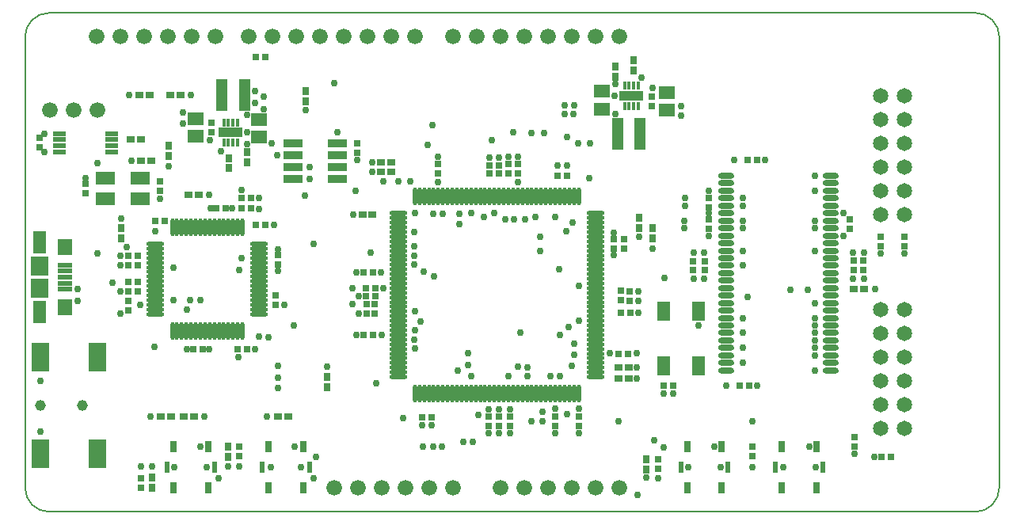
<source format=gts>
%FSLAX25Y25*%
%MOIN*%
G70*
G01*
G75*
G04 Layer_Color=8388736*
%ADD10O,0.06102X0.02165*%
%ADD11R,0.04921X0.01378*%
%ADD12O,0.07087X0.01181*%
%ADD13O,0.01181X0.07087*%
%ADD14R,0.02362X0.03937*%
%ADD15R,0.01772X0.03937*%
%ADD16R,0.07480X0.02835*%
%ADD17R,0.04921X0.07284*%
%ADD18R,0.09843X0.03543*%
%ADD19R,0.00984X0.03150*%
%ADD20R,0.07087X0.11811*%
%ADD21R,0.05118X0.09055*%
%ADD22R,0.07087X0.07480*%
%ADD23R,0.05512X0.06299*%
%ADD24R,0.05315X0.01575*%
%ADD25R,0.07874X0.04724*%
%ADD26R,0.04331X0.12598*%
%ADD27R,0.02953X0.02559*%
%ADD28R,0.02756X0.01969*%
%ADD29R,0.01969X0.02756*%
%ADD30R,0.05906X0.05118*%
%ADD31R,0.02362X0.01969*%
%ADD32R,0.02559X0.02953*%
%ADD33R,0.01969X0.02362*%
%ADD34C,0.00600*%
%ADD35C,0.01000*%
%ADD36C,0.01500*%
%ADD37C,0.02000*%
%ADD38C,0.03000*%
%ADD39C,0.06000*%
%ADD40C,0.05906*%
%ADD41C,0.03937*%
%ADD42C,0.02400*%
%ADD43C,0.04000*%
%ADD44C,0.06400*%
G04:AMPARAMS|DCode=45|XSize=80mil|YSize=80mil|CornerRadius=0mil|HoleSize=0mil|Usage=FLASHONLY|Rotation=0.000|XOffset=0mil|YOffset=0mil|HoleType=Round|Shape=Relief|Width=8mil|Gap=10mil|Entries=4|*
%AMTHD45*
7,0,0,0.08000,0.06000,0.00800,45*
%
%ADD45THD45*%
%ADD46C,0.09400*%
%ADD47C,0.14900*%
G04:AMPARAMS|DCode=48|XSize=50mil|YSize=50mil|CornerRadius=0mil|HoleSize=0mil|Usage=FLASHONLY|Rotation=0.000|XOffset=0mil|YOffset=0mil|HoleType=Round|Shape=Relief|Width=8mil|Gap=10mil|Entries=4|*
%AMTHD48*
7,0,0,0.05000,0.03000,0.00800,45*
%
%ADD48THD48*%
%ADD49C,0.03400*%
%ADD50C,0.00984*%
%ADD51C,0.02362*%
%ADD52C,0.00787*%
%ADD53C,0.00394*%
%ADD54O,0.06702X0.02765*%
%ADD55R,0.05521X0.01978*%
%ADD56O,0.07687X0.01781*%
%ADD57O,0.01781X0.07687*%
%ADD58R,0.02962X0.04537*%
%ADD59R,0.02372X0.04537*%
%ADD60R,0.08080X0.03435*%
%ADD61R,0.05521X0.07883*%
%ADD62R,0.10394X0.04095*%
%ADD63R,0.01535X0.03701*%
%ADD64R,0.07687X0.12411*%
%ADD65R,0.05718X0.09655*%
%ADD66R,0.07687X0.08080*%
%ADD67R,0.06112X0.06899*%
%ADD68R,0.05915X0.02175*%
%ADD69R,0.08474X0.05324*%
%ADD70R,0.04931X0.13198*%
%ADD71R,0.03553X0.03159*%
%ADD72R,0.03356X0.02569*%
%ADD73R,0.02569X0.03356*%
%ADD74R,0.06506X0.05718*%
%ADD75R,0.02962X0.02569*%
%ADD76R,0.03159X0.03553*%
%ADD77R,0.02569X0.02962*%
%ADD78C,0.06600*%
%ADD79C,0.06506*%
%ADD80C,0.04537*%
%ADD81C,0.00300*%
%ADD82C,0.03000*%
D34*
X800Y10400D02*
G03*
X10800Y400I10000J0D01*
G01*
Y210400D02*
G03*
X800Y200400I0J-10000D01*
G01*
X410800D02*
G03*
X400800Y210400I-10000J0D01*
G01*
Y400D02*
G03*
X410800Y10400I0J10000D01*
G01*
X800D02*
Y200400D01*
X10800Y400D02*
X400800D01*
X410800Y10400D02*
Y200400D01*
X10800Y210400D02*
X400800D01*
D54*
X295957Y141818D02*
D03*
Y138669D02*
D03*
Y135519D02*
D03*
Y132369D02*
D03*
Y129220D02*
D03*
Y126070D02*
D03*
Y122921D02*
D03*
Y119771D02*
D03*
Y116621D02*
D03*
Y113472D02*
D03*
Y110322D02*
D03*
Y107172D02*
D03*
Y104023D02*
D03*
Y100873D02*
D03*
Y97724D02*
D03*
Y94574D02*
D03*
Y91424D02*
D03*
Y88275D02*
D03*
Y85125D02*
D03*
Y81976D02*
D03*
Y78826D02*
D03*
Y75676D02*
D03*
Y72527D02*
D03*
Y69377D02*
D03*
Y66228D02*
D03*
Y63078D02*
D03*
Y59928D02*
D03*
X340052Y141818D02*
D03*
Y138669D02*
D03*
Y135519D02*
D03*
Y132369D02*
D03*
Y129220D02*
D03*
Y126070D02*
D03*
Y122921D02*
D03*
Y119771D02*
D03*
Y116621D02*
D03*
Y113472D02*
D03*
Y110322D02*
D03*
Y107172D02*
D03*
Y104023D02*
D03*
Y100873D02*
D03*
Y97724D02*
D03*
Y94574D02*
D03*
Y91424D02*
D03*
Y88275D02*
D03*
Y85125D02*
D03*
Y81976D02*
D03*
Y78826D02*
D03*
Y75676D02*
D03*
Y72527D02*
D03*
Y69377D02*
D03*
Y66228D02*
D03*
Y63078D02*
D03*
Y59928D02*
D03*
D55*
X15078Y159639D02*
D03*
Y157080D02*
D03*
Y154520D02*
D03*
Y151961D02*
D03*
X37322Y159639D02*
D03*
Y157080D02*
D03*
Y154520D02*
D03*
Y151961D02*
D03*
D56*
X157765Y57151D02*
D03*
Y59120D02*
D03*
Y61088D02*
D03*
Y63057D02*
D03*
Y65025D02*
D03*
Y66994D02*
D03*
Y68962D02*
D03*
Y70931D02*
D03*
Y72899D02*
D03*
Y74868D02*
D03*
Y76836D02*
D03*
Y78805D02*
D03*
Y80773D02*
D03*
Y82742D02*
D03*
Y84710D02*
D03*
Y86679D02*
D03*
Y88647D02*
D03*
Y90616D02*
D03*
Y92584D02*
D03*
Y94553D02*
D03*
Y96521D02*
D03*
Y98490D02*
D03*
Y100458D02*
D03*
Y102427D02*
D03*
Y104395D02*
D03*
Y106364D02*
D03*
Y108332D02*
D03*
Y110301D02*
D03*
Y112269D02*
D03*
Y114238D02*
D03*
Y116206D02*
D03*
Y118175D02*
D03*
Y120143D02*
D03*
Y122112D02*
D03*
Y124080D02*
D03*
Y126049D02*
D03*
X240835D02*
D03*
Y124080D02*
D03*
Y122112D02*
D03*
Y120143D02*
D03*
Y118175D02*
D03*
Y116206D02*
D03*
Y114238D02*
D03*
Y112269D02*
D03*
Y110301D02*
D03*
Y108332D02*
D03*
Y106364D02*
D03*
Y104395D02*
D03*
Y102427D02*
D03*
Y100458D02*
D03*
Y98490D02*
D03*
Y96521D02*
D03*
Y94553D02*
D03*
Y92584D02*
D03*
Y90616D02*
D03*
Y88647D02*
D03*
Y86679D02*
D03*
Y84710D02*
D03*
Y82742D02*
D03*
Y80773D02*
D03*
Y78805D02*
D03*
Y76836D02*
D03*
Y74868D02*
D03*
Y72899D02*
D03*
Y70931D02*
D03*
Y68962D02*
D03*
Y66994D02*
D03*
Y65025D02*
D03*
Y63057D02*
D03*
Y61088D02*
D03*
Y59120D02*
D03*
Y57151D02*
D03*
X99350Y113164D02*
D03*
Y111195D02*
D03*
Y109227D02*
D03*
Y107258D02*
D03*
Y105290D02*
D03*
Y103321D02*
D03*
Y101353D02*
D03*
Y99384D02*
D03*
Y97416D02*
D03*
Y95447D02*
D03*
Y93479D02*
D03*
Y91510D02*
D03*
Y89542D02*
D03*
Y87573D02*
D03*
Y85605D02*
D03*
Y83636D02*
D03*
X55650D02*
D03*
Y85605D02*
D03*
Y87573D02*
D03*
Y89542D02*
D03*
Y91510D02*
D03*
Y93479D02*
D03*
Y95447D02*
D03*
Y97416D02*
D03*
Y99384D02*
D03*
Y101353D02*
D03*
Y103321D02*
D03*
Y105290D02*
D03*
Y107258D02*
D03*
Y109227D02*
D03*
Y111195D02*
D03*
Y113164D02*
D03*
D57*
X164851Y133135D02*
D03*
X166820D02*
D03*
X168788D02*
D03*
X170757D02*
D03*
X172725D02*
D03*
X174694D02*
D03*
X176662D02*
D03*
X178631D02*
D03*
X180599D02*
D03*
X182568D02*
D03*
X184536D02*
D03*
X186505D02*
D03*
X188473D02*
D03*
X190442D02*
D03*
X192410D02*
D03*
X194379D02*
D03*
X196347D02*
D03*
X198316D02*
D03*
X200284D02*
D03*
X202253D02*
D03*
X204221D02*
D03*
X206190D02*
D03*
X208158D02*
D03*
X210127D02*
D03*
X212095D02*
D03*
X214064D02*
D03*
X216032D02*
D03*
X218001D02*
D03*
X219969D02*
D03*
X221938D02*
D03*
X223906D02*
D03*
X225875D02*
D03*
X227843D02*
D03*
X229812D02*
D03*
X231780D02*
D03*
X233749D02*
D03*
Y50065D02*
D03*
X231780D02*
D03*
X229812D02*
D03*
X227843D02*
D03*
X225875D02*
D03*
X223906D02*
D03*
X221938D02*
D03*
X219969D02*
D03*
X218001D02*
D03*
X216032D02*
D03*
X214064D02*
D03*
X212095D02*
D03*
X210127D02*
D03*
X208158D02*
D03*
X206190D02*
D03*
X204221D02*
D03*
X202253D02*
D03*
X200284D02*
D03*
X198316D02*
D03*
X196347D02*
D03*
X194379D02*
D03*
X192410D02*
D03*
X190442D02*
D03*
X188473D02*
D03*
X186505D02*
D03*
X184536D02*
D03*
X182568D02*
D03*
X180599D02*
D03*
X178631D02*
D03*
X176662D02*
D03*
X174694D02*
D03*
X172725D02*
D03*
X170757D02*
D03*
X168788D02*
D03*
X166820D02*
D03*
X164851D02*
D03*
X62736Y120250D02*
D03*
X64705D02*
D03*
X66673D02*
D03*
X68642D02*
D03*
X70610D02*
D03*
X72579D02*
D03*
X74547D02*
D03*
X76516D02*
D03*
X78484D02*
D03*
X80453D02*
D03*
X82421D02*
D03*
X84390D02*
D03*
X86358D02*
D03*
X88327D02*
D03*
X90295D02*
D03*
X92264D02*
D03*
Y76550D02*
D03*
X90295D02*
D03*
X88327D02*
D03*
X86358D02*
D03*
X84390D02*
D03*
X82421D02*
D03*
X80453D02*
D03*
X78484D02*
D03*
X76516D02*
D03*
X74547D02*
D03*
X72579D02*
D03*
X70610D02*
D03*
X68642D02*
D03*
X66673D02*
D03*
X64705D02*
D03*
X62736D02*
D03*
D58*
X103217Y27761D02*
D03*
Y10439D02*
D03*
X117783D02*
D03*
Y27761D02*
D03*
X279416D02*
D03*
Y10439D02*
D03*
X293984D02*
D03*
Y27761D02*
D03*
X319378D02*
D03*
Y10439D02*
D03*
X333945D02*
D03*
Y27761D02*
D03*
X63217D02*
D03*
Y10439D02*
D03*
X77784D02*
D03*
Y27761D02*
D03*
D59*
X100559Y19100D02*
D03*
X120441D02*
D03*
X276759D02*
D03*
X296641D02*
D03*
X316721D02*
D03*
X336602D02*
D03*
X60559D02*
D03*
X80441D02*
D03*
D60*
X113648Y155500D02*
D03*
Y150500D02*
D03*
Y145500D02*
D03*
Y140500D02*
D03*
X132152Y155500D02*
D03*
Y150500D02*
D03*
Y145500D02*
D03*
Y140500D02*
D03*
D61*
X269516Y61983D02*
D03*
X284084D02*
D03*
Y84817D02*
D03*
X269516D02*
D03*
D62*
X256025Y175400D02*
D03*
X87375Y160000D02*
D03*
D63*
X258978Y171069D02*
D03*
X257010D02*
D03*
X255041D02*
D03*
X253072D02*
D03*
Y179731D02*
D03*
X255041D02*
D03*
X257010D02*
D03*
X258978D02*
D03*
X84422Y155669D02*
D03*
X86391D02*
D03*
X88359D02*
D03*
X90328D02*
D03*
Y164331D02*
D03*
X88359D02*
D03*
X86391D02*
D03*
X84422D02*
D03*
D64*
X31116Y24675D02*
D03*
X7100D02*
D03*
Y65620D02*
D03*
X31116D02*
D03*
D65*
X6968Y84436D02*
D03*
Y113964D02*
D03*
D66*
Y103924D02*
D03*
Y94476D02*
D03*
D67*
X17500Y111798D02*
D03*
Y86602D02*
D03*
D68*
Y104318D02*
D03*
Y101759D02*
D03*
Y99200D02*
D03*
Y96641D02*
D03*
Y94082D02*
D03*
D69*
X49183Y132269D02*
D03*
Y140931D02*
D03*
X34617D02*
D03*
Y132269D02*
D03*
D70*
X259724Y159600D02*
D03*
X250276D02*
D03*
X83650Y175700D02*
D03*
X93099D02*
D03*
D71*
X154800Y147400D02*
D03*
X150469D02*
D03*
Y143500D02*
D03*
X154800D02*
D03*
X48835Y175900D02*
D03*
X53165D02*
D03*
X49487Y157080D02*
D03*
X45157D02*
D03*
X73965Y133800D02*
D03*
X69635D02*
D03*
X49535Y148000D02*
D03*
X53865D02*
D03*
X349500Y94000D02*
D03*
X353831D02*
D03*
X254765Y56400D02*
D03*
X250435D02*
D03*
X254765Y61100D02*
D03*
X250435D02*
D03*
X62265Y40400D02*
D03*
X57935D02*
D03*
X147065Y125400D02*
D03*
X142735D02*
D03*
D72*
X111465Y40400D02*
D03*
X107135D02*
D03*
X61835Y175900D02*
D03*
X66165D02*
D03*
X71765Y40400D02*
D03*
X67435D02*
D03*
D73*
X265000Y119965D02*
D03*
Y115635D02*
D03*
D74*
X243500Y177340D02*
D03*
Y169860D02*
D03*
X72475Y158460D02*
D03*
Y165940D02*
D03*
X99275Y158000D02*
D03*
Y165480D02*
D03*
X271000Y176940D02*
D03*
Y169460D02*
D03*
D75*
X264700Y175037D02*
D03*
Y171100D02*
D03*
X267077Y18557D02*
D03*
Y22494D02*
D03*
X307000Y23763D02*
D03*
Y27700D02*
D03*
X140700Y151532D02*
D03*
Y155468D02*
D03*
X48200Y104131D02*
D03*
Y108069D02*
D03*
X44100Y104131D02*
D03*
Y108069D02*
D03*
Y93231D02*
D03*
Y97168D02*
D03*
X48300Y93231D02*
D03*
Y97168D02*
D03*
X106200Y87532D02*
D03*
Y91469D02*
D03*
X44300Y85232D02*
D03*
Y89169D02*
D03*
X107200Y108369D02*
D03*
Y104431D02*
D03*
X6900Y157768D02*
D03*
Y153832D02*
D03*
X26200Y138537D02*
D03*
Y134600D02*
D03*
X57600Y135563D02*
D03*
Y139500D02*
D03*
X349507Y102075D02*
D03*
Y106012D02*
D03*
X348000Y119532D02*
D03*
Y123468D02*
D03*
X353731Y102075D02*
D03*
Y106012D02*
D03*
X288440Y123571D02*
D03*
Y119634D02*
D03*
X288454Y128591D02*
D03*
Y132528D02*
D03*
X281976Y105971D02*
D03*
Y102034D02*
D03*
X286789Y105971D02*
D03*
Y102034D02*
D03*
X370800Y112163D02*
D03*
Y116100D02*
D03*
X360800Y112163D02*
D03*
Y116100D02*
D03*
X349800Y27963D02*
D03*
Y31900D02*
D03*
X195800Y36432D02*
D03*
Y40369D02*
D03*
X223906Y36531D02*
D03*
Y40468D02*
D03*
X253000Y115168D02*
D03*
Y111232D02*
D03*
X248700Y115168D02*
D03*
Y111232D02*
D03*
X174694Y146869D02*
D03*
Y142931D02*
D03*
X204300Y146869D02*
D03*
Y142931D02*
D03*
X200300Y36432D02*
D03*
Y40369D02*
D03*
X208158Y146869D02*
D03*
Y142931D02*
D03*
X204800Y36432D02*
D03*
Y40369D02*
D03*
X251500Y93337D02*
D03*
Y89400D02*
D03*
X233749Y36531D02*
D03*
Y40468D02*
D03*
X255100Y93237D02*
D03*
Y89300D02*
D03*
X144500Y83732D02*
D03*
Y87669D02*
D03*
X147900Y83732D02*
D03*
Y87669D02*
D03*
X49500Y14337D02*
D03*
Y10400D02*
D03*
X90835Y23863D02*
D03*
Y27800D02*
D03*
X79175Y160231D02*
D03*
Y164169D02*
D03*
D76*
X118800Y173069D02*
D03*
Y177400D02*
D03*
X262142Y18223D02*
D03*
Y22554D02*
D03*
X61300Y150035D02*
D03*
Y154365D02*
D03*
X41300Y115635D02*
D03*
Y119965D02*
D03*
X259300Y119769D02*
D03*
Y124100D02*
D03*
X54100Y14731D02*
D03*
Y10400D02*
D03*
X86100Y23535D02*
D03*
Y27865D02*
D03*
X127800Y52900D02*
D03*
Y57231D02*
D03*
X94100Y147635D02*
D03*
Y151965D02*
D03*
X86435Y149331D02*
D03*
Y145000D02*
D03*
X249300Y187765D02*
D03*
Y183435D02*
D03*
X257000Y186035D02*
D03*
Y190365D02*
D03*
D77*
X101868Y121300D02*
D03*
X97931D02*
D03*
X55632Y122700D02*
D03*
X59569D02*
D03*
X95768Y132400D02*
D03*
X91831D02*
D03*
X95768Y128000D02*
D03*
X91831D02*
D03*
X85268Y128100D02*
D03*
X81331D02*
D03*
X94269Y68800D02*
D03*
X90332D02*
D03*
X75568Y68700D02*
D03*
X71631D02*
D03*
X305471Y53473D02*
D03*
X301534D02*
D03*
X308789Y148461D02*
D03*
X304852D02*
D03*
X361300Y23400D02*
D03*
X365237D02*
D03*
X101800Y191900D02*
D03*
X97863D02*
D03*
X167832Y40300D02*
D03*
X171768D02*
D03*
X273502Y53466D02*
D03*
X269565D02*
D03*
X254569Y66994D02*
D03*
X250631D02*
D03*
X224832Y141900D02*
D03*
X228768D02*
D03*
X255542Y84332D02*
D03*
X251606D02*
D03*
X144332Y91100D02*
D03*
X148268D02*
D03*
X196335Y146304D02*
D03*
X200272D02*
D03*
X196335Y142804D02*
D03*
X200272D02*
D03*
X143363Y74868D02*
D03*
X147300D02*
D03*
X144332Y94600D02*
D03*
X148268D02*
D03*
X143141Y101091D02*
D03*
X147078D02*
D03*
D78*
X130800Y10400D02*
D03*
X140800D02*
D03*
X150800D02*
D03*
X160800D02*
D03*
X170800D02*
D03*
X180800D02*
D03*
Y200400D02*
D03*
X190800D02*
D03*
X200800D02*
D03*
X210800D02*
D03*
X220800D02*
D03*
X230800D02*
D03*
X240800D02*
D03*
X250800D02*
D03*
Y10400D02*
D03*
X240800D02*
D03*
X230800D02*
D03*
X220800D02*
D03*
X210800D02*
D03*
X200800D02*
D03*
X30800Y200400D02*
D03*
X40800D02*
D03*
X50800D02*
D03*
X60800D02*
D03*
X70800D02*
D03*
X80800D02*
D03*
X31300Y169500D02*
D03*
X21300D02*
D03*
X11300D02*
D03*
X94800Y200400D02*
D03*
X104800D02*
D03*
X114800D02*
D03*
X124800D02*
D03*
X134800D02*
D03*
X144800D02*
D03*
X154800D02*
D03*
X164800D02*
D03*
D79*
X360800Y175400D02*
D03*
Y165400D02*
D03*
Y155400D02*
D03*
Y125400D02*
D03*
Y135400D02*
D03*
Y145400D02*
D03*
X370800D02*
D03*
Y135400D02*
D03*
Y125400D02*
D03*
Y155400D02*
D03*
Y165400D02*
D03*
Y175400D02*
D03*
Y85400D02*
D03*
Y75400D02*
D03*
Y65400D02*
D03*
Y35400D02*
D03*
Y45400D02*
D03*
Y55400D02*
D03*
X360800D02*
D03*
Y45400D02*
D03*
Y35400D02*
D03*
Y65400D02*
D03*
Y75400D02*
D03*
Y85400D02*
D03*
D80*
X7100Y45147D02*
D03*
X24816D02*
D03*
D81*
X400000Y10000D02*
D03*
X10000D02*
D03*
X400000Y200000D02*
D03*
X10000D02*
D03*
D82*
X94300Y160000D02*
D03*
X248900Y175400D02*
D03*
X258800Y89268D02*
D03*
Y93269D02*
D03*
X22800Y89200D02*
D03*
X146735Y147400D02*
D03*
X138800Y125400D02*
D03*
X22800Y94100D02*
D03*
X183400Y125800D02*
D03*
Y121500D02*
D03*
X231700Y167900D02*
D03*
X231800Y171400D02*
D03*
X227800D02*
D03*
Y167900D02*
D03*
X67300Y168500D02*
D03*
Y163900D02*
D03*
X78400Y156700D02*
D03*
X83200Y152200D02*
D03*
X94300Y167500D02*
D03*
X94100Y155000D02*
D03*
X97600Y177600D02*
D03*
Y172400D02*
D03*
X101200Y169800D02*
D03*
Y175000D02*
D03*
X249300Y180400D02*
D03*
X249100Y167900D02*
D03*
X260200Y183200D02*
D03*
X265000Y178700D02*
D03*
X277000Y171000D02*
D03*
Y167000D02*
D03*
X172300Y163300D02*
D03*
X109900Y87532D02*
D03*
X122300Y113000D02*
D03*
X55200Y69900D02*
D03*
X43431Y111831D02*
D03*
X225400Y102400D02*
D03*
X228500Y118500D02*
D03*
X209300Y75800D02*
D03*
X182800Y59900D02*
D03*
X217500Y110301D02*
D03*
X258800Y84300D02*
D03*
X229500Y78000D02*
D03*
X225800Y74900D02*
D03*
X269800Y98700D02*
D03*
X302791Y104023D02*
D03*
X185300Y29900D02*
D03*
X63700Y19100D02*
D03*
X74642Y27761D02*
D03*
X77300Y19100D02*
D03*
X114100Y27800D02*
D03*
X49516Y19376D02*
D03*
X76200Y40400D02*
D03*
X102700D02*
D03*
X286700Y109500D02*
D03*
X282200D02*
D03*
Y98600D02*
D03*
X312069Y148461D02*
D03*
X308751Y53498D02*
D03*
X349309Y98546D02*
D03*
X353809D02*
D03*
Y109500D02*
D03*
X349309D02*
D03*
X345221Y116621D02*
D03*
X345230Y126070D02*
D03*
X333218Y141818D02*
D03*
Y135519D02*
D03*
Y59928D02*
D03*
X40800Y93200D02*
D03*
X49300Y87500D02*
D03*
X63300Y89500D02*
D03*
X40800Y104100D02*
D03*
X40832Y108069D02*
D03*
X55600Y118600D02*
D03*
X63300Y103300D02*
D03*
X57569Y132269D02*
D03*
X26200Y140900D02*
D03*
X8770Y159639D02*
D03*
X8770Y151961D02*
D03*
X90600Y65400D02*
D03*
X88000Y128100D02*
D03*
X78811D02*
D03*
X107200Y101680D02*
D03*
Y110869D02*
D03*
X68968Y68700D02*
D03*
X78158D02*
D03*
X99100Y132400D02*
D03*
Y127900D02*
D03*
X105500Y121300D02*
D03*
X45400Y148000D02*
D03*
X61300Y145900D02*
D03*
X78100Y133800D02*
D03*
X269500Y50000D02*
D03*
X273468Y50068D02*
D03*
X284084Y78900D02*
D03*
X140700Y148600D02*
D03*
X120600Y145500D02*
D03*
X120500Y140500D02*
D03*
X358169Y23400D02*
D03*
X349832Y24763D02*
D03*
X360831Y109031D02*
D03*
X370831D02*
D03*
X171768Y36931D02*
D03*
X167776D02*
D03*
X141300Y83700D02*
D03*
X138491Y87691D02*
D03*
X196309Y149604D02*
D03*
X248685Y117848D02*
D03*
Y108659D02*
D03*
X164780Y84720D02*
D03*
X150500Y101000D02*
D03*
X151691Y94509D02*
D03*
X198325Y126120D02*
D03*
X223950Y43991D02*
D03*
X233792D02*
D03*
X246909Y67037D02*
D03*
X208115Y139209D02*
D03*
X174650D02*
D03*
X138491Y94600D02*
D03*
X140209Y101091D02*
D03*
X174694Y149800D02*
D03*
X208158D02*
D03*
X233749Y33400D02*
D03*
X164700Y118175D02*
D03*
X164851Y126200D02*
D03*
X188473D02*
D03*
X234001Y80773D02*
D03*
X258300Y56400D02*
D03*
X333461Y19039D02*
D03*
X330804Y27700D02*
D03*
X319861Y19039D02*
D03*
X267077Y14626D02*
D03*
X230800Y61857D02*
D03*
X265000Y111200D02*
D03*
X91842Y107258D02*
D03*
X91000Y102000D02*
D03*
X68800Y85400D02*
D03*
X70279Y89379D02*
D03*
X74547Y89400D02*
D03*
X164800Y69000D02*
D03*
X172725Y125925D02*
D03*
X176662Y125962D02*
D03*
X170300Y154900D02*
D03*
X193800Y124400D02*
D03*
X197100Y156700D02*
D03*
X211100Y123400D02*
D03*
X164700Y112269D02*
D03*
X104700Y155500D02*
D03*
X106900Y150500D02*
D03*
X139900Y135500D02*
D03*
X118700Y133600D02*
D03*
X219200Y159900D02*
D03*
X229000Y158100D02*
D03*
X215600Y124490D02*
D03*
X223906D02*
D03*
X358493Y94000D02*
D03*
X224863Y146268D02*
D03*
X258400Y7500D02*
D03*
X265500Y30500D02*
D03*
X269500Y27500D02*
D03*
X164700Y108332D02*
D03*
X146300Y109400D02*
D03*
X99300Y74000D02*
D03*
X164700Y104395D02*
D03*
X113900Y78900D02*
D03*
X103300Y73900D02*
D03*
X167300Y80400D02*
D03*
X164780Y76836D02*
D03*
X159800Y39700D02*
D03*
X168300Y27900D02*
D03*
X172400D02*
D03*
X189300Y29900D02*
D03*
X228855Y146268D02*
D03*
X299318Y148412D02*
D03*
X217500Y116200D02*
D03*
X238300Y140900D02*
D03*
X223906Y33400D02*
D03*
X250435Y38400D02*
D03*
X231900Y66500D02*
D03*
X187300Y62300D02*
D03*
Y67000D02*
D03*
X218500Y42500D02*
D03*
X229000Y41500D02*
D03*
X218500Y38500D02*
D03*
X214064D02*
D03*
X204200Y57400D02*
D03*
X232000Y71000D02*
D03*
X333218Y122921D02*
D03*
X333170Y119791D02*
D03*
X302791Y129220D02*
D03*
X278550D02*
D03*
X302791Y119771D02*
D03*
X278200D02*
D03*
X302791Y110322D02*
D03*
X295957Y53498D02*
D03*
X302791Y81976D02*
D03*
Y75676D02*
D03*
Y69377D02*
D03*
Y63078D02*
D03*
X333218Y110322D02*
D03*
Y88275D02*
D03*
Y81976D02*
D03*
Y78826D02*
D03*
Y75676D02*
D03*
Y72527D02*
D03*
Y69377D02*
D03*
Y66228D02*
D03*
X225900Y57400D02*
D03*
X233800Y95400D02*
D03*
X322800Y93900D02*
D03*
X304800Y90900D02*
D03*
X330200Y93900D02*
D03*
X238400Y155400D02*
D03*
X233500Y155500D02*
D03*
X288440Y135519D02*
D03*
X278550Y132369D02*
D03*
X302791D02*
D03*
X288400Y126200D02*
D03*
X278200Y122921D02*
D03*
X302791D02*
D03*
X288440Y116621D02*
D03*
X307000Y38400D02*
D03*
X70500Y175900D02*
D03*
X44535D02*
D03*
X7100Y34239D02*
D03*
X31300Y109200D02*
D03*
Y147300D02*
D03*
X258300Y67000D02*
D03*
Y61100D02*
D03*
X116758Y19139D02*
D03*
X104243Y19061D02*
D03*
X279900Y19100D02*
D03*
X290843Y27761D02*
D03*
X293500Y19100D02*
D03*
X132152Y160048D02*
D03*
X91800Y135900D02*
D03*
X188500Y57400D02*
D03*
X40800Y83900D02*
D03*
X204800Y43400D02*
D03*
X206700Y123400D02*
D03*
X97637Y68800D02*
D03*
X37500Y96700D02*
D03*
X286700Y98600D02*
D03*
X231300Y122100D02*
D03*
X54100Y19400D02*
D03*
X259300Y116300D02*
D03*
X262142Y14688D02*
D03*
X307000Y19200D02*
D03*
X202800Y123400D02*
D03*
X200284Y149604D02*
D03*
X204300Y149800D02*
D03*
X206300Y160000D02*
D03*
X213800Y159900D02*
D03*
X164700Y72899D02*
D03*
X150916Y74868D02*
D03*
X141300Y91100D02*
D03*
X168500Y101500D02*
D03*
X173000Y99500D02*
D03*
X107300Y52500D02*
D03*
Y56900D02*
D03*
X107250Y61950D02*
D03*
X191400Y41300D02*
D03*
X195800Y43400D02*
D03*
X212300Y61300D02*
D03*
X208158Y61400D02*
D03*
X200284Y43400D02*
D03*
X195800Y33500D02*
D03*
X200300Y33432D02*
D03*
X204800Y33500D02*
D03*
X176300Y27900D02*
D03*
X41300Y123900D02*
D03*
X140300Y74900D02*
D03*
X221900Y57400D02*
D03*
X212100D02*
D03*
X7100Y55400D02*
D03*
X122100Y14400D02*
D03*
X90835Y19400D02*
D03*
X86100D02*
D03*
X123100Y23400D02*
D03*
X82100Y14400D02*
D03*
X146735Y143500D02*
D03*
X151600Y139400D02*
D03*
X157765D02*
D03*
X162800D02*
D03*
X118800Y169335D02*
D03*
X130800Y180900D02*
D03*
X148500Y54500D02*
D03*
X53500Y40400D02*
D03*
X127800Y61665D02*
D03*
M02*

</source>
